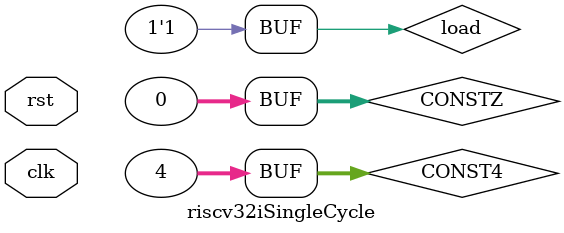
<source format=v>

`resetall
`timescale 1ns/10ps 

`define     IR_rs1          19:15
`define     IR_rs2          24:20
`define     IR_rd           11:7
`define     IR_opcode       6:0
`define     IR_funct3       14:12 
`define     IR_funct7       31:25
`define     IR_shamt        24:20 

`define     OPCODE_Branch   5'b11_000
`define     OPCODE_Load     5'b00_000
`define     OPCODE_Store    5'b01_000 
`define     OPCODE_JALR     5'b11_001
`define     OPCODE_JAL      5'b11_011 
`define     OPCODE_Arith_I  5'b00_100 
`define     OPCODE_Arith_R  5'b01_100 
`define     OPCODE_AUIPC    5'b00_101 
`define     OPCODE_LUI      5'b01_101 

`define     OPCODE_SYSTEM   5'b11_100  
`define     OPCODE_Custom   5'b10_001 


`define     F3_ADD          3'b000 
`define     F3_SLL          3'b001 

`define     F3_SLT          3'b010 
`define     F3_SLTU         3'b011 
`define     F3_XOR          3'b100 
`define     F3_SRL          3'b101 
`define     F3_OR           3'b110 
`define     F3_AND          3'b111 

`define     BR_BEQ          3'b000 
`define     BR_BNE          3'b001 
`define     BR_BLT          3'b100
`define     BR_BGE          3'b101 
`define     BR_BLTU         3'b110 
`define     BR_BGEU         3'b111 

`define     OPCODE          IR[`IR_opcode] 

`define     ALU_ADD         4'b00_00 
`define     ALU_SUB         4'b00_01 
`define     ALU_PASS        4'b00_11
`define     ALU_OR          4'b01_00 
`define     ALU_AND         4'b01_01 
`define     ALU_XOR         4'b01_11 
`define     ALU_SRL         4'b10_00
`define     ALU_SRA         4'b10_10 
`define     ALU_SLL         4'b10_01 
`define     ALU_SLT         4'b11_01
`define     ALU_SLTU        4'b11_11
 
`define     SYS_EC_EB       3'b000

module riscv32iSingleCycle #(
   // synopsys template
   parameter N        = 32,        //architecture bit size
   parameter MEM_ADDR = 8,         //addressable memory size (currently 8 bits for [8x8x8x8]x32 addresses)
   parameter REG_ADDR = 5,         //addressable registers size (currently 5 bits for 32x32 addresses)
   parameter OPCODE   = 7,         //opcode size
   parameter RS1      = REG_ADDR,
   parameter RS2      = REG_ADDR,
   parameter RD       = REG_ADDR,
   parameter FUNCT3   = 3,
   parameter FUNCT7   = 7,
   parameter SHAMT    = 5
)
( 
   // Port Declarations
   input   wire      clk, 
   input   wire      rst
);


// Internal Declarations


// Local declarations

// Internal signal declarations
wire  [32-1:0]   CONST4;
wire  [32-1:0]   CONSTZ;
wire  [32-1:0]   Instruction;
wire  [1:0]      alu_op;
wire             alu_src;
wire  [3:0]      alufn;
wire  [32 - 1:0] b;
wire             branch;
wire  [1:0]      branch_sel;
wire  [32-1:0]   branch_target;
wire             cf;
wire  [32 - 1:0] immediate;
wire             jump;
wire             load;
wire  [1:0]      mem_out_sel;
wire             mem_read;
wire             mem_write;
wire  [8-1:0]    pc_current_address;
wire  [32 - 1:0] pc_next;
wire  [32 - 1:0] pc_plus_immediate;
wire  [32 - 1:0] pc_target_addr;
wire  [32- 1:0]  r;
wire  [32 - 1:0] read_data_out;
wire             reg_write;
wire  [32 - 1:0] rs1;
wire  [32 - 1:0] rs2;
wire             sf;
wire             vf;
wire  [32 - 1:0] write_data_reg_file;
wire             zf;


// Instances 
adder U_9( 
   .A_in    (CONST4), 
   .B_in    (pc_current_address), 
   .sum_out (pc_next)
); 

adder U_10( 
   .A_in    (immediate), 
   .B_in    (pc_current_address), 
   .sum_out (branch_target)
); 

adder U_12( 
   .A_in    (pc_current_address), 
   .B_in    (immediate), 
   .sum_out (pc_plus_immediate)
); 

alu U_6( 
   .cf          (cf), 
   .r           (r), 
   .rs1         (rs1), 
   .sf          (sf), 
   .vf          (vf), 
   .zf          (zf), 
   .b           (b), 
   .Instruction (Instruction[24:20]), 
   .alufn       (alufn)
); 

aluCu U_5( 
   .Instruction (Instruction), 
   .alu_op      (alu_op), 
   .alufn       (alufn)
); 

branchCu U_8( 
   .Instruction (Instruction[14:15-3]), 
   .branch      (branch), 
   .cf          (cf), 
   .jump        (jump), 
   .sf          (sf), 
   .vf          (vf), 
   .zf          (zf), 
   .branch_sel  (branch_sel)
); 

cu U_3( 
   .Instruction (Instruction[7-1:0]), 
   .alu_op      (alu_op), 
   .alu_src     (alu_src), 
   .branch      (branch), 
   .jump        (jump), 
   .mem_out_sel (mem_out_sel), 
   .mem_read    (mem_read), 
   .mem_write   (mem_write), 
   .reg_write   (reg_write)
); 

dataMem U_7( 
   .clk           (clk), 
   .mem_read      (mem_read), 
   .mem_write     (mem_write), 
   .r             (r), 
   .rs2           (rs2), 
   .rst           (rst), 
   .read_data_out (read_data_out)
); 

immGen U_4( 
   .Instruction (Instruction), 
   .immediate   (immediate)
); 

instMem U_1( 
   .Instruction        (Instruction), 
   .pc_current_address (pc_current_address)
); 

mux U_13( 
   .hi_in   (immediate), 
   .lo_in   (rs2), 
   .sel_in  (alu_src), 
   .sel_out (b)
); 

mux_4x1 U_15( 
   .A_00    (read_data_out), 
   .B_01    (r), 
   .C_10    (pc_plus_immediate), 
   .D_11    (), 
   .sel     (mem_out_sel), 
   .sel_out (write_data_reg_file)
); 

mux_4x1 U_16( 
   .A_00    (pc_next), 
   .B_01    (branch_target), 
   .C_10    (pc_plus_immediate), 
   .D_11    (CONSTZ), 
   .sel     (branch_sel), 
   .sel_out (pc_target_addr)
); 

pc U_0( 
   .clk                (clk), 
   .load               (load), 
   .pc_current_address (pc_current_address), 
   .pc_target_addr     (pc_target_addr), 
   .rst                (rst)
); 

regFile U_2( 
   .clk                 (clk), 
   .reg_write           (reg_write), 
   .rs1                 (rs1), 
   .rs2                 (rs2), 
   .rst                 (rst), 
   .write_data_reg_file (write_data_reg_file), 
   .Instruction         (Instruction)
); 


// ModuleWare code(v1.12) for instance 'FOUR' of 'constval'
assign CONST4 = 32'd4;

// ModuleWare code(v1.12) for instance 'VCC' of 'constval'
assign load = 1'd1;

// ModuleWare code(v1.12) for instance 'ZERO' of 'constval'
assign CONSTZ = 32'd0;

endmodule // riscv32iSingleCycle


</source>
